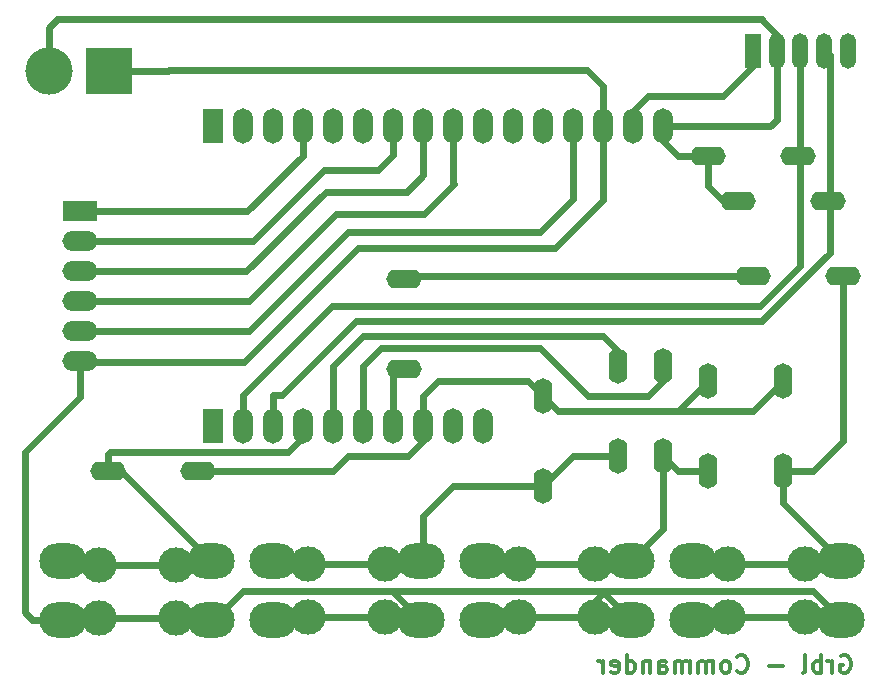
<source format=gbr>
G04 #@! TF.FileFunction,Copper,L2,Bot,Signal*
%FSLAX46Y46*%
G04 Gerber Fmt 4.6, Leading zero omitted, Abs format (unit mm)*
G04 Created by KiCad (PCBNEW 4.0.7) date 02/16/18 07:03:29*
%MOMM*%
%LPD*%
G01*
G04 APERTURE LIST*
%ADD10C,0.100000*%
%ADD11C,0.300000*%
%ADD12C,3.000000*%
%ADD13O,3.000000X1.600000*%
%ADD14O,4.000000X3.000000*%
%ADD15O,1.600000X3.000000*%
%ADD16R,1.350000X3.000000*%
%ADD17O,1.350000X3.000000*%
%ADD18R,1.700000X3.000000*%
%ADD19O,1.700000X3.000000*%
%ADD20R,3.000000X1.700000*%
%ADD21O,3.000000X1.700000*%
%ADD22R,4.000000X4.000000*%
%ADD23C,4.000000*%
%ADD24C,0.600000*%
%ADD25C,0.250000*%
G04 APERTURE END LIST*
D10*
D11*
X140785714Y-100750000D02*
X140928571Y-100678571D01*
X141142857Y-100678571D01*
X141357142Y-100750000D01*
X141500000Y-100892857D01*
X141571428Y-101035714D01*
X141642857Y-101321429D01*
X141642857Y-101535714D01*
X141571428Y-101821429D01*
X141500000Y-101964286D01*
X141357142Y-102107143D01*
X141142857Y-102178571D01*
X141000000Y-102178571D01*
X140785714Y-102107143D01*
X140714285Y-102035714D01*
X140714285Y-101535714D01*
X141000000Y-101535714D01*
X140071428Y-102178571D02*
X140071428Y-101178571D01*
X140071428Y-101464286D02*
X140000000Y-101321429D01*
X139928571Y-101250000D01*
X139785714Y-101178571D01*
X139642857Y-101178571D01*
X139142857Y-102178571D02*
X139142857Y-100678571D01*
X139142857Y-101250000D02*
X139000000Y-101178571D01*
X138714286Y-101178571D01*
X138571429Y-101250000D01*
X138500000Y-101321429D01*
X138428571Y-101464286D01*
X138428571Y-101892857D01*
X138500000Y-102035714D01*
X138571429Y-102107143D01*
X138714286Y-102178571D01*
X139000000Y-102178571D01*
X139142857Y-102107143D01*
X137571428Y-102178571D02*
X137714286Y-102107143D01*
X137785714Y-101964286D01*
X137785714Y-100678571D01*
X135857143Y-101607143D02*
X134714286Y-101607143D01*
X132000000Y-102035714D02*
X132071429Y-102107143D01*
X132285715Y-102178571D01*
X132428572Y-102178571D01*
X132642857Y-102107143D01*
X132785715Y-101964286D01*
X132857143Y-101821429D01*
X132928572Y-101535714D01*
X132928572Y-101321429D01*
X132857143Y-101035714D01*
X132785715Y-100892857D01*
X132642857Y-100750000D01*
X132428572Y-100678571D01*
X132285715Y-100678571D01*
X132071429Y-100750000D01*
X132000000Y-100821429D01*
X131142857Y-102178571D02*
X131285715Y-102107143D01*
X131357143Y-102035714D01*
X131428572Y-101892857D01*
X131428572Y-101464286D01*
X131357143Y-101321429D01*
X131285715Y-101250000D01*
X131142857Y-101178571D01*
X130928572Y-101178571D01*
X130785715Y-101250000D01*
X130714286Y-101321429D01*
X130642857Y-101464286D01*
X130642857Y-101892857D01*
X130714286Y-102035714D01*
X130785715Y-102107143D01*
X130928572Y-102178571D01*
X131142857Y-102178571D01*
X130000000Y-102178571D02*
X130000000Y-101178571D01*
X130000000Y-101321429D02*
X129928572Y-101250000D01*
X129785714Y-101178571D01*
X129571429Y-101178571D01*
X129428572Y-101250000D01*
X129357143Y-101392857D01*
X129357143Y-102178571D01*
X129357143Y-101392857D02*
X129285714Y-101250000D01*
X129142857Y-101178571D01*
X128928572Y-101178571D01*
X128785714Y-101250000D01*
X128714286Y-101392857D01*
X128714286Y-102178571D01*
X128000000Y-102178571D02*
X128000000Y-101178571D01*
X128000000Y-101321429D02*
X127928572Y-101250000D01*
X127785714Y-101178571D01*
X127571429Y-101178571D01*
X127428572Y-101250000D01*
X127357143Y-101392857D01*
X127357143Y-102178571D01*
X127357143Y-101392857D02*
X127285714Y-101250000D01*
X127142857Y-101178571D01*
X126928572Y-101178571D01*
X126785714Y-101250000D01*
X126714286Y-101392857D01*
X126714286Y-102178571D01*
X125357143Y-102178571D02*
X125357143Y-101392857D01*
X125428572Y-101250000D01*
X125571429Y-101178571D01*
X125857143Y-101178571D01*
X126000000Y-101250000D01*
X125357143Y-102107143D02*
X125500000Y-102178571D01*
X125857143Y-102178571D01*
X126000000Y-102107143D01*
X126071429Y-101964286D01*
X126071429Y-101821429D01*
X126000000Y-101678571D01*
X125857143Y-101607143D01*
X125500000Y-101607143D01*
X125357143Y-101535714D01*
X124642857Y-101178571D02*
X124642857Y-102178571D01*
X124642857Y-101321429D02*
X124571429Y-101250000D01*
X124428571Y-101178571D01*
X124214286Y-101178571D01*
X124071429Y-101250000D01*
X124000000Y-101392857D01*
X124000000Y-102178571D01*
X122642857Y-102178571D02*
X122642857Y-100678571D01*
X122642857Y-102107143D02*
X122785714Y-102178571D01*
X123071428Y-102178571D01*
X123214286Y-102107143D01*
X123285714Y-102035714D01*
X123357143Y-101892857D01*
X123357143Y-101464286D01*
X123285714Y-101321429D01*
X123214286Y-101250000D01*
X123071428Y-101178571D01*
X122785714Y-101178571D01*
X122642857Y-101250000D01*
X121357143Y-102107143D02*
X121500000Y-102178571D01*
X121785714Y-102178571D01*
X121928571Y-102107143D01*
X122000000Y-101964286D01*
X122000000Y-101392857D01*
X121928571Y-101250000D01*
X121785714Y-101178571D01*
X121500000Y-101178571D01*
X121357143Y-101250000D01*
X121285714Y-101392857D01*
X121285714Y-101535714D01*
X122000000Y-101678571D01*
X120642857Y-102178571D02*
X120642857Y-101178571D01*
X120642857Y-101464286D02*
X120571429Y-101321429D01*
X120500000Y-101250000D01*
X120357143Y-101178571D01*
X120214286Y-101178571D01*
D12*
X131220000Y-97450000D03*
X131220000Y-92950000D03*
X137720000Y-97450000D03*
X137720000Y-92950000D03*
X113510000Y-97480000D03*
X113510000Y-92980000D03*
X120010000Y-97480000D03*
X120010000Y-92980000D03*
X95690000Y-97480000D03*
X95690000Y-92980000D03*
X102190000Y-97480000D03*
X102190000Y-92980000D03*
D13*
X140970000Y-68580000D03*
X133350000Y-68580000D03*
D14*
X140770000Y-92710000D03*
X140770000Y-97710000D03*
X128270000Y-92710000D03*
X128270000Y-97710000D03*
X122990000Y-92710000D03*
X122990000Y-97710000D03*
X110490000Y-92710000D03*
X110490000Y-97710000D03*
X105210000Y-92710000D03*
X105210000Y-97710000D03*
X92710000Y-92710000D03*
X92710000Y-97710000D03*
D13*
X139700000Y-62230000D03*
X132080000Y-62230000D03*
X137160000Y-58420000D03*
X129540000Y-58420000D03*
X103770000Y-76450000D03*
X103770000Y-68830000D03*
D15*
X135890000Y-85090000D03*
X135890000Y-77470000D03*
D16*
X133350000Y-49530000D03*
D17*
X135350000Y-49530000D03*
X137350000Y-49530000D03*
X139350000Y-49530000D03*
X141350000Y-49530000D03*
D15*
X125730000Y-83820000D03*
X125730000Y-76200000D03*
X121920000Y-83820000D03*
X121920000Y-76200000D03*
D13*
X86360000Y-85090000D03*
X78740000Y-85090000D03*
D15*
X129540000Y-85090000D03*
X129540000Y-77470000D03*
D18*
X87630000Y-55880000D03*
D19*
X90170000Y-55880000D03*
X92710000Y-55880000D03*
X95250000Y-55880000D03*
X97790000Y-55880000D03*
X100330000Y-55880000D03*
X102870000Y-55880000D03*
X105410000Y-55880000D03*
X107950000Y-55880000D03*
X110490000Y-55880000D03*
X113030000Y-55880000D03*
X115570000Y-55880000D03*
X118110000Y-55880000D03*
X120650000Y-55880000D03*
X123190000Y-55880000D03*
X125730000Y-55880000D03*
D18*
X87630000Y-81280000D03*
D19*
X90170000Y-81280000D03*
X92710000Y-81280000D03*
X95250000Y-81280000D03*
X97790000Y-81280000D03*
X100330000Y-81280000D03*
X102870000Y-81280000D03*
X105410000Y-81280000D03*
X107950000Y-81280000D03*
X110490000Y-81280000D03*
D20*
X76328481Y-63103547D03*
D21*
X76328481Y-65643547D03*
X76328481Y-68183547D03*
X76328481Y-70723547D03*
X76328481Y-73263547D03*
X76328481Y-75803547D03*
D15*
X115570000Y-86360000D03*
X115570000Y-78740000D03*
D14*
X87430000Y-92710000D03*
X87430000Y-97710000D03*
X74930000Y-92710000D03*
X74930000Y-97710000D03*
D22*
X78810000Y-51200000D03*
D23*
X73730000Y-51200000D03*
D12*
X77960000Y-97540000D03*
X77960000Y-93040000D03*
X84460000Y-97540000D03*
X84460000Y-93040000D03*
D24*
X133260000Y-72390000D02*
X133730000Y-72390000D01*
X99730000Y-72390000D02*
X133260000Y-72390000D01*
X133260000Y-72390000D02*
X134130000Y-72390000D01*
X134650000Y-71870000D02*
X139290000Y-67230000D01*
X134210000Y-72310000D02*
X134650000Y-71870000D01*
X134650000Y-71870000D02*
X134130000Y-72390000D01*
X133730000Y-72390000D02*
X134130000Y-72390000D01*
X134130000Y-72390000D02*
X134210000Y-72310000D01*
X131220000Y-97450000D02*
X137720000Y-97450000D01*
X131220000Y-92950000D02*
X133341320Y-92950000D01*
X133341320Y-92950000D02*
X137720000Y-92950000D01*
X113510000Y-97480000D02*
X120010000Y-97480000D01*
X95690000Y-97480000D02*
X102190000Y-97480000D01*
X113510000Y-92980000D02*
X120010000Y-92980000D01*
X95690000Y-92980000D02*
X97811320Y-92980000D01*
X97811320Y-92980000D02*
X102190000Y-92980000D01*
X77960000Y-93040000D02*
X84460000Y-93040000D01*
X71680000Y-83500000D02*
X76328481Y-78851519D01*
X76328481Y-78851519D02*
X76328481Y-75803547D01*
X71680000Y-97060000D02*
X71680000Y-83500000D01*
X74930000Y-97710000D02*
X72330000Y-97710000D01*
X72330000Y-97710000D02*
X71680000Y-97060000D01*
X84460000Y-97540000D02*
X82338680Y-97540000D01*
X82338680Y-97540000D02*
X77960000Y-97540000D01*
X134210000Y-72310000D02*
X134210000Y-72240000D01*
X134210000Y-72240000D02*
X139840000Y-66610000D01*
X90170000Y-81280000D02*
X90170000Y-78660000D01*
X90170000Y-78660000D02*
X97710000Y-71120000D01*
X97710000Y-71120000D02*
X133930000Y-71120000D01*
X133930000Y-71120000D02*
X137350000Y-67700000D01*
X137350000Y-67700000D02*
X137350000Y-67120000D01*
X137350000Y-67120000D02*
X137350000Y-49530000D01*
X78740000Y-85090000D02*
X78740000Y-83690000D01*
X78740000Y-83690000D02*
X78920000Y-83510000D01*
X78920000Y-83510000D02*
X80535000Y-83510000D01*
X73730000Y-51200000D02*
X73730000Y-47560000D01*
X73730000Y-47560000D02*
X74430000Y-46860000D01*
X74430000Y-46860000D02*
X75265406Y-46860000D01*
X75265406Y-46860000D02*
X134120000Y-46860000D01*
X139170000Y-67290000D02*
X139840000Y-66620000D01*
X139840000Y-66610000D02*
X139840000Y-49910000D01*
X83910000Y-51150000D02*
X83860000Y-51200000D01*
X83860000Y-51200000D02*
X78810000Y-51200000D01*
X120630000Y-54657919D02*
X120630000Y-52470000D01*
X120630000Y-52470000D02*
X119310000Y-51150000D01*
X120650000Y-55880000D02*
X120650000Y-54677919D01*
X120650000Y-54677919D02*
X120630000Y-54657919D01*
X135350000Y-48575406D02*
X135350000Y-49530000D01*
X134120000Y-46900000D02*
X135365406Y-48145406D01*
X84460000Y-93040000D02*
X87100000Y-93040000D01*
X87100000Y-93040000D02*
X87430000Y-92710000D01*
X84460000Y-97540000D02*
X87260000Y-97540000D01*
X87260000Y-97540000D02*
X87430000Y-97710000D01*
X102190000Y-92980000D02*
X104940000Y-92980000D01*
X104940000Y-92980000D02*
X105210000Y-92710000D01*
X102190000Y-97480000D02*
X104980000Y-97480000D01*
X104980000Y-97480000D02*
X105210000Y-97710000D01*
X137720000Y-97450000D02*
X140510000Y-97450000D01*
X140510000Y-97450000D02*
X140770000Y-97710000D01*
X137720000Y-92950000D02*
X140530000Y-92950000D01*
X140530000Y-92950000D02*
X140770000Y-92710000D01*
X120010000Y-92980000D02*
X122720000Y-92980000D01*
X122720000Y-92980000D02*
X122990000Y-92710000D01*
X120010000Y-97480000D02*
X120010000Y-96065787D01*
X120010000Y-96065787D02*
X120650000Y-95425787D01*
X120650000Y-95425787D02*
X120650000Y-95250000D01*
X120010000Y-97480000D02*
X122760000Y-97480000D01*
X122760000Y-97480000D02*
X122990000Y-97710000D01*
X99860000Y-95250000D02*
X101600000Y-95250000D01*
X90170000Y-95250000D02*
X99860000Y-95250000D01*
X101854000Y-74676000D02*
X115340000Y-74676000D01*
X116840000Y-76200000D02*
X116840000Y-76176000D01*
X116840000Y-76176000D02*
X115340000Y-74676000D01*
X76328481Y-63103547D02*
X90546453Y-63103547D01*
X90546453Y-63103547D02*
X95250000Y-58400000D01*
X95250000Y-58400000D02*
X95250000Y-55880000D01*
X101590000Y-59610000D02*
X102870000Y-58330000D01*
X102870000Y-58330000D02*
X102870000Y-55880000D01*
X97010000Y-59610000D02*
X101590000Y-59610000D01*
X91030000Y-65590000D02*
X97010000Y-59610000D01*
X90590000Y-65590000D02*
X91030000Y-65590000D01*
X90536453Y-65643547D02*
X90590000Y-65590000D01*
X76328481Y-65643547D02*
X90536453Y-65643547D01*
X76328481Y-68183547D02*
X90426453Y-68183547D01*
X90426453Y-68183547D02*
X97170000Y-61440000D01*
X97170000Y-61440000D02*
X104020000Y-61440000D01*
X104020000Y-61440000D02*
X105410000Y-60050000D01*
X105410000Y-60050000D02*
X105410000Y-55880000D01*
X108010000Y-60790000D02*
X107950000Y-60730000D01*
X107950000Y-60730000D02*
X107950000Y-55880000D01*
X105470000Y-63330000D02*
X108010000Y-60790000D01*
X98080000Y-63330000D02*
X105470000Y-63330000D01*
X90686453Y-70723547D02*
X98080000Y-63330000D01*
X76328481Y-70723547D02*
X90686453Y-70723547D01*
X118140000Y-62090000D02*
X118110000Y-62060000D01*
X118110000Y-62060000D02*
X118110000Y-55880000D01*
X115340000Y-64890000D02*
X118140000Y-62090000D01*
X99060000Y-64890000D02*
X115340000Y-64890000D01*
X90686453Y-73263547D02*
X99060000Y-64890000D01*
X76328481Y-73263547D02*
X90686453Y-73263547D01*
X116580000Y-66240000D02*
X120650000Y-62170000D01*
X120650000Y-62170000D02*
X120650000Y-55880000D01*
X99920000Y-66240000D02*
X116580000Y-66240000D01*
X90270000Y-75890000D02*
X99920000Y-66240000D01*
X77617015Y-75890000D02*
X90270000Y-75890000D01*
X76328481Y-75803547D02*
X77530562Y-75803547D01*
X77530562Y-75803547D02*
X77617015Y-75890000D01*
X83910000Y-51150000D02*
X119310000Y-51150000D01*
X78810000Y-51200000D02*
X80910000Y-51200000D01*
X92710000Y-81280000D02*
X92710000Y-78660000D01*
X92710000Y-78660000D02*
X93460000Y-78660000D01*
X93460000Y-78660000D02*
X99730000Y-72390000D01*
X76328481Y-76313547D02*
X76328481Y-75803547D01*
X95250000Y-81280000D02*
X95250000Y-81915000D01*
X95280000Y-82210000D02*
X94010000Y-83480000D01*
X93870000Y-83510000D02*
X80535000Y-83510000D01*
X125730000Y-83820000D02*
X125730000Y-89970000D01*
X125730000Y-89970000D02*
X122990000Y-92710000D01*
X129540000Y-85090000D02*
X127000000Y-85090000D01*
X127000000Y-85090000D02*
X125730000Y-83820000D01*
X135890000Y-85090000D02*
X135890000Y-87830000D01*
X135890000Y-87830000D02*
X140770000Y-92710000D01*
X115570000Y-86360000D02*
X107950000Y-86360000D01*
X105410000Y-88900000D02*
X105410000Y-92510000D01*
X107950000Y-86360000D02*
X105410000Y-88900000D01*
X105410000Y-92510000D02*
X105210000Y-92710000D01*
X78740000Y-85090000D02*
X79810000Y-85090000D01*
X79810000Y-85090000D02*
X87430000Y-92710000D01*
X135890000Y-85090000D02*
X138430000Y-85090000D01*
X138430000Y-85090000D02*
X140970000Y-82550000D01*
X121920000Y-83820000D02*
X118110000Y-83820000D01*
X118110000Y-83820000D02*
X115570000Y-86360000D01*
X140970000Y-68580000D02*
X140970000Y-82550000D01*
X102870000Y-68580000D02*
X132080000Y-68580000D01*
X102870000Y-95250000D02*
X102870000Y-95370000D01*
X102870000Y-95370000D02*
X105210000Y-97710000D01*
X120650000Y-95250000D02*
X120650000Y-95370000D01*
X120650000Y-95370000D02*
X122990000Y-97710000D01*
X87430000Y-97710000D02*
X87710000Y-97710000D01*
X87710000Y-97710000D02*
X90170000Y-95250000D01*
X101600000Y-95250000D02*
X102870000Y-95250000D01*
X102870000Y-95250000D02*
X120650000Y-95250000D01*
X120650000Y-95250000D02*
X138430000Y-95250000D01*
X138430000Y-95250000D02*
X140770000Y-97590000D01*
X140770000Y-97590000D02*
X140770000Y-97710000D01*
X130810000Y-62230000D02*
X132080000Y-62230000D01*
X129540000Y-60960000D02*
X130810000Y-62230000D01*
X129540000Y-58420000D02*
X129540000Y-60960000D01*
X127000000Y-58420000D02*
X129540000Y-58420000D01*
X125730000Y-57150000D02*
X127000000Y-58420000D01*
X125730000Y-55880000D02*
X125730000Y-57150000D01*
X102870000Y-76200000D02*
X102870000Y-81280000D01*
X100330000Y-76200000D02*
X101854000Y-74676000D01*
X100330000Y-81280000D02*
X100330000Y-76200000D01*
X127000000Y-80010000D02*
X133350000Y-80010000D01*
X133350000Y-80010000D02*
X135890000Y-77470000D01*
X116840000Y-80010000D02*
X127000000Y-80010000D01*
X127000000Y-80010000D02*
X129540000Y-77470000D01*
X124460000Y-53340000D02*
X130810000Y-53340000D01*
D25*
X124460000Y-53340000D02*
X130810000Y-53340000D01*
D24*
X130810000Y-53340000D02*
X133350000Y-50800000D01*
D25*
X130810000Y-53340000D02*
X133350000Y-50800000D01*
D24*
X133350000Y-50800000D02*
X133350000Y-49530000D01*
D25*
X133350000Y-50800000D02*
X133350000Y-49530000D01*
D24*
X123190000Y-55880000D02*
X123190000Y-54610000D01*
D25*
X123190000Y-54610000D02*
X124460000Y-53340000D01*
D24*
X123190000Y-54610000D02*
X124460000Y-53340000D01*
X135350000Y-49530000D02*
X135350000Y-55340000D01*
X135350000Y-55340000D02*
X134810000Y-55880000D01*
X134810000Y-55880000D02*
X125730000Y-55880000D01*
X105410000Y-81280000D02*
X105410000Y-82550000D01*
X97790000Y-85090000D02*
X86360000Y-85090000D01*
X99060000Y-83820000D02*
X97790000Y-85090000D01*
X104140000Y-83820000D02*
X99060000Y-83820000D01*
X105410000Y-82550000D02*
X104140000Y-83820000D01*
X105410000Y-81280000D02*
X105410000Y-78740000D01*
X105410000Y-78740000D02*
X106680000Y-77470000D01*
X106680000Y-77470000D02*
X114300000Y-77470000D01*
X114300000Y-77470000D02*
X116840000Y-80010000D01*
X116840000Y-76200000D02*
X119380000Y-78740000D01*
X119380000Y-78740000D02*
X124460000Y-78740000D01*
X124460000Y-78740000D02*
X125730000Y-77470000D01*
X125730000Y-77470000D02*
X125730000Y-76200000D01*
X97790000Y-81280000D02*
X97790000Y-76200000D01*
X97790000Y-76200000D02*
X100330000Y-73660000D01*
X100330000Y-73660000D02*
X120650000Y-73660000D01*
X120650000Y-73660000D02*
X121920000Y-74930000D01*
X121920000Y-74930000D02*
X121920000Y-76200000D01*
X139700000Y-49880000D02*
X139350000Y-49530000D01*
D25*
X125730000Y-77470000D02*
X125730000Y-76200000D01*
X124460000Y-78740000D02*
X125730000Y-77470000D01*
X119380000Y-78740000D02*
X124460000Y-78740000D01*
X116840000Y-76200000D02*
X119380000Y-78740000D01*
X120650000Y-73660000D02*
X121920000Y-74930000D01*
X97790000Y-76200000D02*
X100330000Y-73660000D01*
X100330000Y-73660000D02*
X120650000Y-73660000D01*
X121920000Y-74930000D02*
X121920000Y-76200000D01*
X114300000Y-77470000D02*
X116840000Y-80010000D01*
X106680000Y-77470000D02*
X114300000Y-77470000D01*
X105410000Y-78740000D02*
X106680000Y-77470000D01*
M02*

</source>
